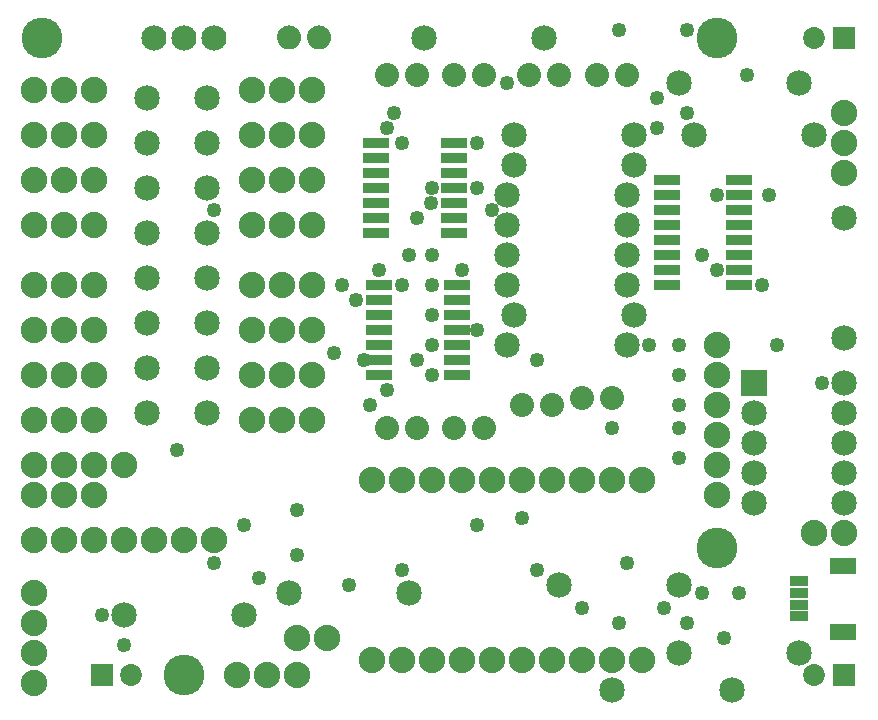
<source format=gts>
G04 MADE WITH FRITZING*
G04 WWW.FRITZING.ORG*
G04 DOUBLE SIDED*
G04 HOLES PLATED*
G04 CONTOUR ON CENTER OF CONTOUR VECTOR*
%ASAXBY*%
%FSLAX23Y23*%
%MOIN*%
%OFA0B0*%
%SFA1.0B1.0*%
%ADD10C,0.049370*%
%ADD11C,0.085000*%
%ADD12C,0.088000*%
%ADD13C,0.135984*%
%ADD14C,0.084000*%
%ADD15C,0.072992*%
%ADD16C,0.080000*%
%ADD17R,0.085000X0.085000*%
%ADD18R,0.088740X0.057244*%
%ADD19R,0.063150X0.033622*%
%ADD20R,0.072992X0.072992*%
%ADD21R,0.090000X0.036000*%
%ADD22R,0.001000X0.001000*%
%LNMASK1*%
G90*
G70*
G54D10*
X2302Y376D03*
G54D11*
X2777Y1226D03*
X2777Y1626D03*
G54D10*
X2702Y1076D03*
X2452Y2101D03*
X2253Y1975D03*
X2027Y2251D03*
X2252Y2251D03*
X2377Y226D03*
X1102Y1400D03*
X1327Y1501D03*
X1402Y1201D03*
X1196Y1000D03*
X1402Y1101D03*
X1353Y1626D03*
X1252Y1926D03*
X1277Y1976D03*
X1302Y1876D03*
X1400Y1676D03*
X1402Y1300D03*
X1402Y1400D03*
X1403Y1501D03*
X952Y651D03*
X1127Y401D03*
X2177Y326D03*
X2252Y276D03*
X1302Y451D03*
X1752Y451D03*
X2427Y376D03*
X1902Y325D03*
X2027Y276D03*
X2227Y826D03*
X1702Y626D03*
X302Y301D03*
X2052Y476D03*
X952Y501D03*
X1176Y1150D03*
X553Y850D03*
G54D11*
X2477Y1076D03*
X2777Y1076D03*
X2477Y976D03*
X2777Y976D03*
X2477Y876D03*
X2777Y876D03*
X2477Y776D03*
X2777Y776D03*
X2477Y676D03*
X2777Y676D03*
G54D10*
X777Y600D03*
X677Y476D03*
X2127Y1201D03*
X2002Y926D03*
X2502Y1401D03*
X2552Y1201D03*
X2527Y1701D03*
X2227Y926D03*
X2227Y1201D03*
X2352Y1451D03*
X2227Y1101D03*
X2227Y1001D03*
X827Y426D03*
X1553Y601D03*
G54D11*
X777Y301D03*
X377Y301D03*
G54D10*
X377Y201D03*
G54D11*
X927Y376D03*
X1327Y376D03*
G54D12*
X677Y551D03*
X577Y551D03*
X477Y551D03*
X377Y551D03*
X277Y551D03*
X177Y551D03*
X77Y551D03*
G54D11*
X2227Y176D03*
X2627Y176D03*
X1827Y401D03*
X2227Y401D03*
G54D10*
X1652Y2076D03*
X2152Y2026D03*
X1602Y1651D03*
X2352Y1701D03*
X2302Y1501D03*
G54D13*
X577Y101D03*
G54D14*
X477Y2226D03*
X577Y2226D03*
X677Y2226D03*
X477Y2226D03*
X577Y2226D03*
X677Y2226D03*
G54D13*
X2352Y526D03*
X2352Y2226D03*
X102Y2226D03*
G54D10*
X676Y1650D03*
X1078Y1175D03*
X1253Y1050D03*
X1151Y1350D03*
G54D12*
X2677Y576D03*
X2777Y576D03*
G54D10*
X1302Y1401D03*
X1352Y1151D03*
X1552Y1726D03*
X1552Y1251D03*
X1502Y1451D03*
X1227Y1451D03*
X1752Y1151D03*
G54D11*
X2627Y2076D03*
X2227Y2076D03*
X2677Y1901D03*
X2277Y1901D03*
X1377Y2226D03*
X1777Y2226D03*
X2002Y51D03*
X2402Y51D03*
G54D15*
X302Y101D03*
X401Y101D03*
X2776Y2226D03*
X2677Y2226D03*
X2776Y101D03*
X2677Y101D03*
G54D10*
X1402Y1726D03*
X2152Y1926D03*
X1552Y1876D03*
G54D11*
X2052Y1501D03*
X1652Y1501D03*
X2052Y1601D03*
X1652Y1601D03*
X2052Y1401D03*
X1652Y1401D03*
X2052Y1701D03*
X1652Y1701D03*
X2077Y1301D03*
X1677Y1301D03*
X2077Y1801D03*
X1677Y1801D03*
X2052Y1201D03*
X1652Y1201D03*
X2077Y1901D03*
X1677Y1901D03*
G54D16*
X1352Y926D03*
X1252Y926D03*
X1577Y926D03*
X1477Y926D03*
X1352Y2101D03*
X1252Y2101D03*
X1577Y2101D03*
X1477Y2101D03*
X1802Y1001D03*
X1702Y1001D03*
X2002Y1026D03*
X1902Y1026D03*
X2052Y2101D03*
X1952Y2101D03*
X1827Y2101D03*
X1727Y2101D03*
G54D11*
X452Y976D03*
X652Y976D03*
X452Y1576D03*
X652Y1576D03*
X452Y1126D03*
X652Y1126D03*
X452Y1726D03*
X652Y1726D03*
X452Y1276D03*
X652Y1276D03*
X452Y1876D03*
X652Y1876D03*
X452Y1426D03*
X652Y1426D03*
X452Y2026D03*
X652Y2026D03*
G54D12*
X1002Y951D03*
X902Y951D03*
X802Y951D03*
X1002Y1601D03*
X902Y1601D03*
X802Y1601D03*
X1002Y1101D03*
X902Y1101D03*
X802Y1101D03*
X1002Y1751D03*
X902Y1751D03*
X802Y1751D03*
X1002Y1251D03*
X902Y1251D03*
X802Y1251D03*
X1002Y1901D03*
X902Y1901D03*
X802Y1901D03*
X1002Y1401D03*
X902Y1401D03*
X802Y1401D03*
X1002Y2051D03*
X902Y2051D03*
X802Y2051D03*
X2352Y701D03*
X2352Y801D03*
X2352Y901D03*
X2352Y1001D03*
X2352Y1101D03*
X2352Y1201D03*
X1202Y151D03*
X1302Y151D03*
X1402Y151D03*
X1502Y151D03*
X1602Y151D03*
X1702Y151D03*
X1802Y151D03*
X1902Y151D03*
X2002Y151D03*
X2102Y151D03*
X1202Y751D03*
X1302Y751D03*
X1402Y751D03*
X1502Y751D03*
X1602Y751D03*
X1702Y751D03*
X1802Y751D03*
X1902Y751D03*
X2002Y751D03*
X2102Y751D03*
X77Y376D03*
X77Y276D03*
X77Y176D03*
X77Y76D03*
X952Y226D03*
X1052Y226D03*
X2777Y1976D03*
X2777Y1876D03*
X2777Y1776D03*
X752Y101D03*
X852Y101D03*
X952Y101D03*
X77Y951D03*
X177Y951D03*
X277Y951D03*
X77Y1601D03*
X177Y1601D03*
X277Y1601D03*
X77Y1101D03*
X177Y1101D03*
X277Y1101D03*
X77Y1751D03*
X177Y1751D03*
X277Y1751D03*
X77Y1251D03*
X177Y1251D03*
X277Y1251D03*
X77Y1901D03*
X177Y1901D03*
X277Y1901D03*
X77Y1401D03*
X177Y1401D03*
X277Y1401D03*
X77Y2051D03*
X177Y2051D03*
X277Y2051D03*
X77Y801D03*
X177Y801D03*
X277Y801D03*
X377Y801D03*
X77Y701D03*
X177Y701D03*
X277Y701D03*
G54D17*
X2477Y1076D03*
G54D18*
X2772Y246D03*
X2772Y466D03*
G54D19*
X2627Y297D03*
X2627Y336D03*
X2627Y376D03*
X2627Y415D03*
G54D20*
X302Y101D03*
X2776Y2226D03*
X2776Y101D03*
G54D21*
X1477Y1576D03*
X1477Y1626D03*
X1477Y1676D03*
X1477Y1726D03*
X1477Y1776D03*
X1477Y1826D03*
X1477Y1876D03*
X1216Y1876D03*
X1216Y1826D03*
X1216Y1776D03*
X1216Y1726D03*
X1216Y1676D03*
X1216Y1626D03*
X1216Y1576D03*
X1488Y1101D03*
X1488Y1151D03*
X1488Y1201D03*
X1488Y1251D03*
X1488Y1301D03*
X1488Y1351D03*
X1488Y1401D03*
X1227Y1401D03*
X1227Y1351D03*
X1227Y1301D03*
X1227Y1251D03*
X1227Y1201D03*
X1227Y1151D03*
X1227Y1101D03*
X2185Y1751D03*
X2185Y1701D03*
X2185Y1651D03*
X2185Y1601D03*
X2185Y1551D03*
X2185Y1501D03*
X2185Y1451D03*
X2185Y1401D03*
X2427Y1401D03*
X2427Y1451D03*
X2427Y1501D03*
X2427Y1551D03*
X2427Y1601D03*
X2427Y1651D03*
X2427Y1701D03*
X2427Y1751D03*
G54D22*
X924Y2266D02*
X930Y2266D01*
X1024Y2266D02*
X1030Y2266D01*
X918Y2265D02*
X935Y2265D01*
X1018Y2265D02*
X1035Y2265D01*
X914Y2264D02*
X939Y2264D01*
X1014Y2264D02*
X1039Y2264D01*
X911Y2263D02*
X942Y2263D01*
X1011Y2263D02*
X1042Y2263D01*
X909Y2262D02*
X944Y2262D01*
X1009Y2262D02*
X1044Y2262D01*
X908Y2261D02*
X946Y2261D01*
X1008Y2261D02*
X1046Y2261D01*
X906Y2260D02*
X947Y2260D01*
X1006Y2260D02*
X1047Y2260D01*
X904Y2259D02*
X949Y2259D01*
X1004Y2259D02*
X1049Y2259D01*
X903Y2258D02*
X950Y2258D01*
X1003Y2258D02*
X1050Y2258D01*
X902Y2257D02*
X952Y2257D01*
X1002Y2257D02*
X1052Y2257D01*
X901Y2256D02*
X953Y2256D01*
X1001Y2256D02*
X1053Y2256D01*
X899Y2255D02*
X954Y2255D01*
X999Y2255D02*
X1054Y2255D01*
X898Y2254D02*
X955Y2254D01*
X998Y2254D02*
X1055Y2254D01*
X897Y2253D02*
X956Y2253D01*
X997Y2253D02*
X1056Y2253D01*
X897Y2252D02*
X957Y2252D01*
X997Y2252D02*
X1057Y2252D01*
X896Y2251D02*
X957Y2251D01*
X996Y2251D02*
X1057Y2251D01*
X895Y2250D02*
X958Y2250D01*
X995Y2250D02*
X1058Y2250D01*
X894Y2249D02*
X959Y2249D01*
X994Y2249D02*
X1059Y2249D01*
X894Y2248D02*
X960Y2248D01*
X994Y2248D02*
X1060Y2248D01*
X893Y2247D02*
X960Y2247D01*
X993Y2247D02*
X1060Y2247D01*
X892Y2246D02*
X961Y2246D01*
X992Y2246D02*
X1061Y2246D01*
X892Y2245D02*
X961Y2245D01*
X992Y2245D02*
X1061Y2245D01*
X891Y2244D02*
X962Y2244D01*
X991Y2244D02*
X1062Y2244D01*
X891Y2243D02*
X962Y2243D01*
X991Y2243D02*
X1062Y2243D01*
X890Y2242D02*
X963Y2242D01*
X990Y2242D02*
X1063Y2242D01*
X890Y2241D02*
X963Y2241D01*
X990Y2241D02*
X1063Y2241D01*
X890Y2240D02*
X964Y2240D01*
X990Y2240D02*
X1064Y2240D01*
X889Y2239D02*
X964Y2239D01*
X989Y2239D02*
X1064Y2239D01*
X889Y2238D02*
X964Y2238D01*
X989Y2238D02*
X1064Y2238D01*
X889Y2237D02*
X965Y2237D01*
X989Y2237D02*
X1065Y2237D01*
X888Y2236D02*
X965Y2236D01*
X988Y2236D02*
X1065Y2236D01*
X888Y2235D02*
X965Y2235D01*
X988Y2235D02*
X1065Y2235D01*
X888Y2234D02*
X965Y2234D01*
X988Y2234D02*
X1065Y2234D01*
X888Y2233D02*
X965Y2233D01*
X988Y2233D02*
X1065Y2233D01*
X888Y2232D02*
X966Y2232D01*
X988Y2232D02*
X1066Y2232D01*
X887Y2231D02*
X966Y2231D01*
X987Y2231D02*
X1066Y2231D01*
X887Y2230D02*
X966Y2230D01*
X987Y2230D02*
X1066Y2230D01*
X887Y2229D02*
X966Y2229D01*
X987Y2229D02*
X1066Y2229D01*
X887Y2228D02*
X966Y2228D01*
X987Y2228D02*
X1066Y2228D01*
X887Y2227D02*
X966Y2227D01*
X987Y2227D02*
X1066Y2227D01*
X887Y2226D02*
X966Y2226D01*
X987Y2226D02*
X1066Y2226D01*
X887Y2225D02*
X966Y2225D01*
X987Y2225D02*
X1066Y2225D01*
X887Y2224D02*
X966Y2224D01*
X987Y2224D02*
X1066Y2224D01*
X887Y2223D02*
X966Y2223D01*
X987Y2223D02*
X1066Y2223D01*
X887Y2222D02*
X966Y2222D01*
X987Y2222D02*
X1066Y2222D01*
X888Y2221D02*
X966Y2221D01*
X988Y2221D02*
X1066Y2221D01*
X888Y2220D02*
X966Y2220D01*
X988Y2220D02*
X1066Y2220D01*
X888Y2219D02*
X965Y2219D01*
X988Y2219D02*
X1065Y2219D01*
X888Y2218D02*
X965Y2218D01*
X988Y2218D02*
X1065Y2218D01*
X888Y2217D02*
X965Y2217D01*
X988Y2217D02*
X1065Y2217D01*
X889Y2216D02*
X965Y2216D01*
X989Y2216D02*
X1065Y2216D01*
X889Y2215D02*
X964Y2215D01*
X989Y2215D02*
X1064Y2215D01*
X889Y2214D02*
X964Y2214D01*
X989Y2214D02*
X1064Y2214D01*
X889Y2213D02*
X964Y2213D01*
X989Y2213D02*
X1064Y2213D01*
X890Y2212D02*
X963Y2212D01*
X990Y2212D02*
X1063Y2212D01*
X890Y2211D02*
X963Y2211D01*
X990Y2211D02*
X1063Y2211D01*
X891Y2210D02*
X963Y2210D01*
X991Y2210D02*
X1063Y2210D01*
X891Y2209D02*
X962Y2209D01*
X991Y2209D02*
X1062Y2209D01*
X892Y2208D02*
X962Y2208D01*
X992Y2208D02*
X1062Y2208D01*
X892Y2207D02*
X961Y2207D01*
X992Y2207D02*
X1061Y2207D01*
X893Y2206D02*
X961Y2206D01*
X993Y2206D02*
X1061Y2206D01*
X893Y2205D02*
X960Y2205D01*
X993Y2205D02*
X1060Y2205D01*
X894Y2204D02*
X959Y2204D01*
X994Y2204D02*
X1059Y2204D01*
X895Y2203D02*
X959Y2203D01*
X995Y2203D02*
X1059Y2203D01*
X895Y2202D02*
X958Y2202D01*
X995Y2202D02*
X1058Y2202D01*
X896Y2201D02*
X957Y2201D01*
X996Y2201D02*
X1057Y2201D01*
X897Y2200D02*
X956Y2200D01*
X997Y2200D02*
X1056Y2200D01*
X898Y2199D02*
X955Y2199D01*
X998Y2199D02*
X1055Y2199D01*
X899Y2198D02*
X954Y2198D01*
X999Y2198D02*
X1054Y2198D01*
X900Y2197D02*
X953Y2197D01*
X1000Y2197D02*
X1053Y2197D01*
X901Y2196D02*
X952Y2196D01*
X1001Y2196D02*
X1052Y2196D01*
X902Y2195D02*
X951Y2195D01*
X1002Y2195D02*
X1051Y2195D01*
X904Y2194D02*
X950Y2194D01*
X1004Y2194D02*
X1050Y2194D01*
X905Y2193D02*
X948Y2193D01*
X1005Y2193D02*
X1048Y2193D01*
X907Y2192D02*
X947Y2192D01*
X1007Y2192D02*
X1047Y2192D01*
X908Y2191D02*
X945Y2191D01*
X1008Y2191D02*
X1045Y2191D01*
X910Y2190D02*
X943Y2190D01*
X1010Y2190D02*
X1043Y2190D01*
X913Y2189D02*
X941Y2189D01*
X1013Y2189D02*
X1041Y2189D01*
X916Y2188D02*
X938Y2188D01*
X1016Y2188D02*
X1038Y2188D01*
X920Y2187D02*
X933Y2187D01*
X1020Y2187D02*
X1033Y2187D01*
D02*
G04 End of Mask1*
M02*
</source>
